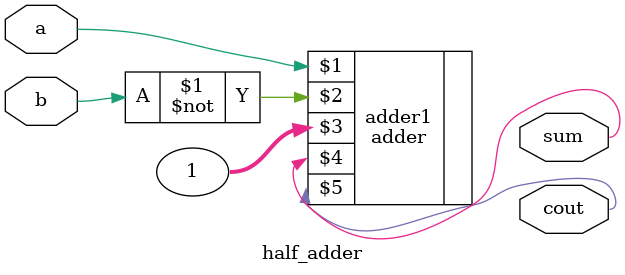
<source format=v>
module half_adder( 
input a, b,
output cout, sum );
// This is a full subtractor. 
// Full subtractor is just a full adder where b is subtracted from a.
adder adder1( a, ~b, 1, sum, cout );
endmodule

</source>
